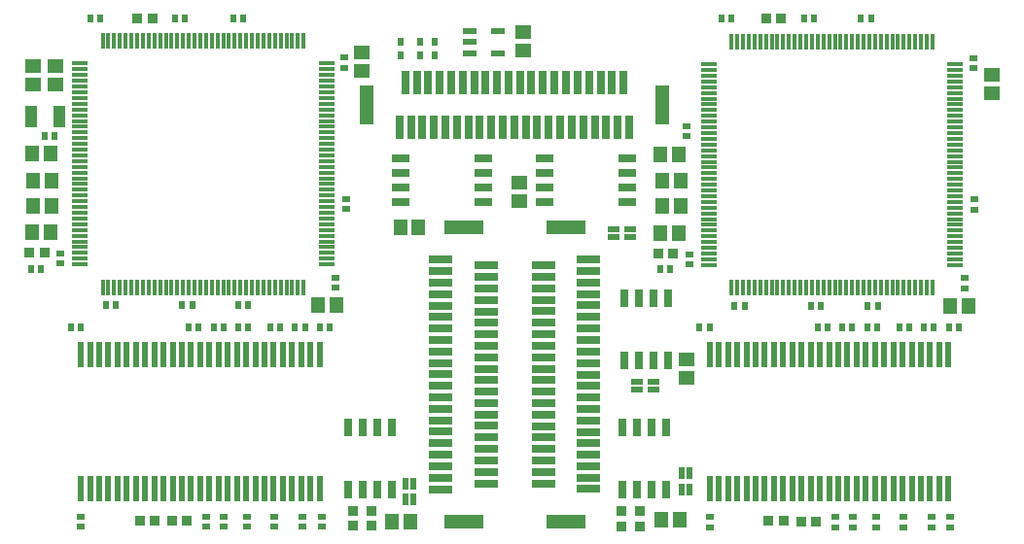
<source format=gtp>
G04*
G04 #@! TF.GenerationSoftware,Altium Limited,Altium Designer,21.8.1 (53)*
G04*
G04 Layer_Color=8421504*
%FSLAX25Y25*%
%MOIN*%
G70*
G04*
G04 #@! TF.SameCoordinates,5DCC281E-C3AB-4BB6-AEF3-D9D34D3A5336*
G04*
G04*
G04 #@! TF.FilePolarity,Positive*
G04*
G01*
G75*
%ADD18R,0.05512X0.05118*%
%ADD19R,0.05118X0.05512*%
%ADD20R,0.04724X0.05512*%
%ADD21R,0.08200X0.02800*%
%ADD22R,0.13400X0.05100*%
%ADD23R,0.02800X0.08200*%
%ADD24R,0.05100X0.13400*%
%ADD25R,0.06496X0.02559*%
%ADD26R,0.04331X0.07480*%
%ADD27R,0.03937X0.01968*%
%ADD28R,0.05807X0.01181*%
%ADD29R,0.01181X0.05807*%
%ADD30R,0.01968X0.03937*%
%ADD31R,0.03740X0.03347*%
%ADD32R,0.02559X0.06004*%
%ADD33R,0.02362X0.02953*%
%ADD34R,0.04724X0.02362*%
%ADD35R,0.02000X0.09000*%
%ADD36R,0.03347X0.03740*%
%ADD37R,0.02362X0.02520*%
%ADD38R,0.02520X0.02362*%
D18*
X201327Y446064D02*
D03*
Y452363D02*
D03*
X209000Y452299D02*
D03*
Y446000D02*
D03*
X425500Y345350D02*
D03*
Y351650D02*
D03*
X369500Y457701D02*
D03*
Y464000D02*
D03*
X368000Y412299D02*
D03*
Y406000D02*
D03*
X530000Y442850D02*
D03*
X314291Y456811D02*
D03*
X530000Y449150D02*
D03*
X314291Y450512D02*
D03*
D19*
X416528Y394949D02*
D03*
X422828D02*
D03*
X333650Y397000D02*
D03*
X327350D02*
D03*
X416701Y296500D02*
D03*
X423000D02*
D03*
X330799Y296000D02*
D03*
X324500D02*
D03*
X207441Y422161D02*
D03*
X201142Y395161D02*
D03*
X422782Y421943D02*
D03*
X521992Y369937D02*
D03*
X305441Y370161D02*
D03*
X416482Y421943D02*
D03*
X515693Y369937D02*
D03*
X201142Y422161D02*
D03*
X207441Y395161D02*
D03*
X299142Y370161D02*
D03*
D20*
X417193Y412768D02*
D03*
Y404106D02*
D03*
X423492Y412768D02*
D03*
X423492Y404106D02*
D03*
X201642Y412992D02*
D03*
X207941Y412992D02*
D03*
X201642Y404331D02*
D03*
X207941D02*
D03*
D21*
X356691Y309061D02*
D03*
Y312961D02*
D03*
X356691Y316861D02*
D03*
X356691Y320861D02*
D03*
Y324761D02*
D03*
Y328761D02*
D03*
Y332661D02*
D03*
X341291Y334661D02*
D03*
X356691Y336561D02*
D03*
X356691Y340561D02*
D03*
X356691Y344461D02*
D03*
Y348361D02*
D03*
X356691Y352361D02*
D03*
X356691Y356261D02*
D03*
Y360161D02*
D03*
X356691Y364161D02*
D03*
X356691Y368061D02*
D03*
X356691Y372061D02*
D03*
Y375961D02*
D03*
X356691Y379861D02*
D03*
X356691Y383861D02*
D03*
X341291Y307061D02*
D03*
X341291Y310962D02*
D03*
Y314961D02*
D03*
X341291Y318861D02*
D03*
X341291Y322761D02*
D03*
X341291Y326761D02*
D03*
Y330661D02*
D03*
Y338561D02*
D03*
Y342461D02*
D03*
Y346461D02*
D03*
Y350361D02*
D03*
Y354261D02*
D03*
Y358261D02*
D03*
Y362161D02*
D03*
Y366161D02*
D03*
Y370061D02*
D03*
Y373961D02*
D03*
Y377961D02*
D03*
Y381861D02*
D03*
Y385761D02*
D03*
X391758Y307112D02*
D03*
X376358Y309012D02*
D03*
X391758Y311012D02*
D03*
X376358Y313012D02*
D03*
X391758Y314912D02*
D03*
X376358Y316912D02*
D03*
X391758Y318912D02*
D03*
X376358Y320812D02*
D03*
X391758Y322812D02*
D03*
X376358Y324812D02*
D03*
X391758Y326712D02*
D03*
X376358Y328712D02*
D03*
X391758Y330712D02*
D03*
X376358Y332712D02*
D03*
X391758Y334612D02*
D03*
X376358Y336612D02*
D03*
X391758Y338612D02*
D03*
X376358Y340512D02*
D03*
X391758Y342512D02*
D03*
X376358Y344512D02*
D03*
X391758Y346412D02*
D03*
X376358Y348412D02*
D03*
X391758Y350412D02*
D03*
X376358Y352312D02*
D03*
X391758Y354312D02*
D03*
X376358Y356312D02*
D03*
X391758Y358212D02*
D03*
X376358Y360212D02*
D03*
X391758Y362212D02*
D03*
X376358Y364112D02*
D03*
X391758Y366112D02*
D03*
X376358Y368112D02*
D03*
X391758Y370112D02*
D03*
X376358Y372012D02*
D03*
X391758Y374012D02*
D03*
X376358Y376012D02*
D03*
X391758Y377912D02*
D03*
X376358Y379912D02*
D03*
X391758Y381912D02*
D03*
X376358Y383812D02*
D03*
X391758Y385812D02*
D03*
D22*
X348991Y397061D02*
D03*
Y295861D02*
D03*
X384058Y397012D02*
D03*
Y295812D02*
D03*
D23*
X327100Y431100D02*
D03*
X350700D02*
D03*
X331000Y431100D02*
D03*
X399900Y446500D02*
D03*
X396000D02*
D03*
X392000D02*
D03*
X388100D02*
D03*
X384100D02*
D03*
X329000D02*
D03*
X333000D02*
D03*
X334900Y431100D02*
D03*
X336900Y446500D02*
D03*
X338900Y431100D02*
D03*
X340800Y446500D02*
D03*
X342800Y431100D02*
D03*
X344800Y446500D02*
D03*
X346700Y431100D02*
D03*
X348700Y446500D02*
D03*
X352700D02*
D03*
X354600Y431100D02*
D03*
X356600Y446500D02*
D03*
X358600Y431100D02*
D03*
X360500Y446500D02*
D03*
X362500Y431100D02*
D03*
X364500Y446500D02*
D03*
X366400Y431100D02*
D03*
X368400Y446500D02*
D03*
X370400Y431100D02*
D03*
X372300Y446500D02*
D03*
X374300Y431100D02*
D03*
X376300Y446500D02*
D03*
X378200Y431100D02*
D03*
X380200Y446500D02*
D03*
X382200Y431100D02*
D03*
X386100D02*
D03*
X390100D02*
D03*
X394000D02*
D03*
X397900D02*
D03*
X401900D02*
D03*
X403800Y446500D02*
D03*
X405800Y431100D02*
D03*
D24*
X417000Y438800D02*
D03*
X315800D02*
D03*
D25*
X327327Y405500D02*
D03*
Y410500D02*
D03*
Y415500D02*
D03*
Y420500D02*
D03*
X355673D02*
D03*
Y415500D02*
D03*
Y410500D02*
D03*
Y405500D02*
D03*
X405173D02*
D03*
Y410500D02*
D03*
Y415500D02*
D03*
Y420500D02*
D03*
X376827D02*
D03*
Y415500D02*
D03*
Y410500D02*
D03*
Y405500D02*
D03*
D26*
X200679Y434800D02*
D03*
X210521D02*
D03*
D27*
X406012Y396378D02*
D03*
Y393622D02*
D03*
X400500Y396378D02*
D03*
Y393622D02*
D03*
X414012Y343878D02*
D03*
X414012Y341122D02*
D03*
X408500Y343878D02*
D03*
Y341122D02*
D03*
D28*
X217516Y453110D02*
D03*
Y451142D02*
D03*
Y449173D02*
D03*
Y447205D02*
D03*
Y445236D02*
D03*
Y443268D02*
D03*
Y441299D02*
D03*
Y439331D02*
D03*
Y437362D02*
D03*
Y435394D02*
D03*
Y433425D02*
D03*
Y431457D02*
D03*
Y429488D02*
D03*
Y427520D02*
D03*
Y425551D02*
D03*
Y423583D02*
D03*
Y421614D02*
D03*
Y419646D02*
D03*
Y417677D02*
D03*
Y415709D02*
D03*
Y413740D02*
D03*
Y411772D02*
D03*
Y409803D02*
D03*
Y407835D02*
D03*
Y405866D02*
D03*
Y403898D02*
D03*
Y401929D02*
D03*
Y399961D02*
D03*
Y397992D02*
D03*
Y396024D02*
D03*
Y394055D02*
D03*
Y392087D02*
D03*
Y390118D02*
D03*
Y388150D02*
D03*
Y386181D02*
D03*
Y384213D02*
D03*
X302067D02*
D03*
Y386181D02*
D03*
Y388150D02*
D03*
Y390118D02*
D03*
Y392087D02*
D03*
Y394055D02*
D03*
Y396024D02*
D03*
Y397992D02*
D03*
Y399961D02*
D03*
Y401929D02*
D03*
Y403898D02*
D03*
Y405866D02*
D03*
Y407835D02*
D03*
Y409803D02*
D03*
Y411772D02*
D03*
Y413740D02*
D03*
Y415709D02*
D03*
Y417677D02*
D03*
Y419646D02*
D03*
Y421614D02*
D03*
Y423583D02*
D03*
Y425551D02*
D03*
Y427520D02*
D03*
Y429488D02*
D03*
Y431457D02*
D03*
Y433425D02*
D03*
Y435394D02*
D03*
Y437362D02*
D03*
Y439331D02*
D03*
Y441299D02*
D03*
Y443268D02*
D03*
Y445236D02*
D03*
Y447205D02*
D03*
Y449173D02*
D03*
Y451142D02*
D03*
Y453110D02*
D03*
X517618Y452886D02*
D03*
Y450917D02*
D03*
Y448949D02*
D03*
Y446980D02*
D03*
Y445012D02*
D03*
Y443043D02*
D03*
Y441075D02*
D03*
Y439106D02*
D03*
Y437138D02*
D03*
Y435169D02*
D03*
Y433201D02*
D03*
Y431232D02*
D03*
Y429264D02*
D03*
Y427295D02*
D03*
Y425327D02*
D03*
Y423358D02*
D03*
Y421390D02*
D03*
Y419421D02*
D03*
Y417453D02*
D03*
Y415484D02*
D03*
Y413516D02*
D03*
Y411547D02*
D03*
Y409579D02*
D03*
Y407610D02*
D03*
Y405642D02*
D03*
Y403673D02*
D03*
Y401705D02*
D03*
Y399736D02*
D03*
Y397768D02*
D03*
Y395799D02*
D03*
Y393831D02*
D03*
Y391862D02*
D03*
Y389894D02*
D03*
Y387925D02*
D03*
Y385957D02*
D03*
Y383988D02*
D03*
X433067D02*
D03*
Y385957D02*
D03*
Y387925D02*
D03*
Y389894D02*
D03*
Y391862D02*
D03*
Y393831D02*
D03*
Y395799D02*
D03*
Y397768D02*
D03*
Y399736D02*
D03*
Y401705D02*
D03*
Y403673D02*
D03*
Y405642D02*
D03*
Y407610D02*
D03*
Y409579D02*
D03*
Y411547D02*
D03*
Y413516D02*
D03*
Y415484D02*
D03*
Y417453D02*
D03*
Y419421D02*
D03*
Y421390D02*
D03*
Y423358D02*
D03*
Y425327D02*
D03*
Y427295D02*
D03*
Y429264D02*
D03*
Y431232D02*
D03*
Y433201D02*
D03*
Y435169D02*
D03*
Y437138D02*
D03*
Y439106D02*
D03*
Y441075D02*
D03*
Y443043D02*
D03*
Y445012D02*
D03*
Y446980D02*
D03*
Y448949D02*
D03*
Y450917D02*
D03*
Y452886D02*
D03*
D29*
X225342Y376386D02*
D03*
X227311D02*
D03*
X229279D02*
D03*
X231248D02*
D03*
X233217D02*
D03*
X235185D02*
D03*
X237154D02*
D03*
X239122D02*
D03*
X241090D02*
D03*
X243059D02*
D03*
X245028D02*
D03*
X246996D02*
D03*
X248965D02*
D03*
X250933D02*
D03*
X252902D02*
D03*
X254870D02*
D03*
X256839D02*
D03*
X258807D02*
D03*
X260776D02*
D03*
X262744D02*
D03*
X264713D02*
D03*
X266681D02*
D03*
X268650D02*
D03*
X270618D02*
D03*
X272587D02*
D03*
X274555D02*
D03*
X276524D02*
D03*
X278492D02*
D03*
X280461D02*
D03*
X282429D02*
D03*
X284398D02*
D03*
X286366D02*
D03*
X288335D02*
D03*
X290303D02*
D03*
X292272D02*
D03*
X294240D02*
D03*
Y460937D02*
D03*
X292272D02*
D03*
X290303D02*
D03*
X288335D02*
D03*
X286366D02*
D03*
X284398D02*
D03*
X282429D02*
D03*
X280461D02*
D03*
X278492D02*
D03*
X276524D02*
D03*
X274555D02*
D03*
X272587D02*
D03*
X270618D02*
D03*
X268650D02*
D03*
X266681D02*
D03*
X264713D02*
D03*
X262744D02*
D03*
X260776D02*
D03*
X258807D02*
D03*
X256839D02*
D03*
X254870D02*
D03*
X252902D02*
D03*
X250933D02*
D03*
X248965D02*
D03*
X246996D02*
D03*
X245028D02*
D03*
X243059D02*
D03*
X241090D02*
D03*
X239122D02*
D03*
X237154D02*
D03*
X235185D02*
D03*
X233217D02*
D03*
X231248D02*
D03*
X229279D02*
D03*
X227311D02*
D03*
X225342D02*
D03*
X440894Y460713D02*
D03*
X442862D02*
D03*
X444831D02*
D03*
X446799D02*
D03*
X448768D02*
D03*
X450736D02*
D03*
X452705D02*
D03*
X454673D02*
D03*
X456642D02*
D03*
X458610D02*
D03*
X460579D02*
D03*
X462547D02*
D03*
X464516D02*
D03*
X466484D02*
D03*
X468453D02*
D03*
X470421D02*
D03*
X472390D02*
D03*
X474358D02*
D03*
X476327D02*
D03*
X478295D02*
D03*
X480264D02*
D03*
X482232D02*
D03*
X484201D02*
D03*
X486169D02*
D03*
X488138D02*
D03*
X490106D02*
D03*
X492075D02*
D03*
X494043D02*
D03*
X496012D02*
D03*
X497980D02*
D03*
X499949D02*
D03*
X501917D02*
D03*
X503886D02*
D03*
X505854D02*
D03*
X507823D02*
D03*
X509791D02*
D03*
Y376161D02*
D03*
X507823D02*
D03*
X505854D02*
D03*
X503886D02*
D03*
X501917D02*
D03*
X499949D02*
D03*
X497980D02*
D03*
X496012D02*
D03*
X494043D02*
D03*
X492075D02*
D03*
X490106D02*
D03*
X488138D02*
D03*
X486169D02*
D03*
X484201D02*
D03*
X482232D02*
D03*
X480264D02*
D03*
X478295D02*
D03*
X476327D02*
D03*
X474358D02*
D03*
X472390D02*
D03*
X470421D02*
D03*
X468453D02*
D03*
X466484D02*
D03*
X464516D02*
D03*
X462547D02*
D03*
X460579D02*
D03*
X458610D02*
D03*
X456642D02*
D03*
X454673D02*
D03*
X452705D02*
D03*
X450736D02*
D03*
X448768D02*
D03*
X446799D02*
D03*
X444831D02*
D03*
X442862D02*
D03*
X440894D02*
D03*
D30*
X426500Y306988D02*
D03*
X423744Y306988D02*
D03*
X426500Y312500D02*
D03*
X423744Y312500D02*
D03*
X329000Y309000D02*
D03*
X331756D02*
D03*
X329000Y303488D02*
D03*
X331756D02*
D03*
D31*
X317500Y299740D02*
D03*
Y294622D02*
D03*
X311000Y299618D02*
D03*
Y294500D02*
D03*
X403000Y299500D02*
D03*
Y294382D02*
D03*
X409500Y299500D02*
D03*
Y294382D02*
D03*
D32*
X419000Y351323D02*
D03*
X414000D02*
D03*
X409000D02*
D03*
X404000D02*
D03*
Y372677D02*
D03*
X409000D02*
D03*
X414000D02*
D03*
X419000D02*
D03*
X418500Y306823D02*
D03*
X413500D02*
D03*
X408500D02*
D03*
X403500D02*
D03*
Y328177D02*
D03*
X408500D02*
D03*
X413500D02*
D03*
X418500D02*
D03*
X324500Y306823D02*
D03*
X319500D02*
D03*
X314500D02*
D03*
X309500D02*
D03*
Y328177D02*
D03*
X314500D02*
D03*
X319500D02*
D03*
X324500D02*
D03*
D33*
X339000Y456000D02*
D03*
Y460528D02*
D03*
X334000Y456000D02*
D03*
Y460528D02*
D03*
X327500Y456000D02*
D03*
Y460528D02*
D03*
D34*
X351079Y464240D02*
D03*
X351079Y460500D02*
D03*
X351079Y456760D02*
D03*
X360921D02*
D03*
Y464240D02*
D03*
D35*
X299736Y307339D02*
D03*
X296587D02*
D03*
X293437D02*
D03*
X290287D02*
D03*
X287138D02*
D03*
X283988D02*
D03*
X280839D02*
D03*
X277689D02*
D03*
X274539D02*
D03*
X271390D02*
D03*
X268240D02*
D03*
X265090D02*
D03*
X261941D02*
D03*
X258791D02*
D03*
X255642D02*
D03*
X252492D02*
D03*
X249342D02*
D03*
X246193D02*
D03*
X243043D02*
D03*
X239894D02*
D03*
X236744D02*
D03*
X233594D02*
D03*
X230445D02*
D03*
X227295D02*
D03*
X224146D02*
D03*
X220996D02*
D03*
X217846D02*
D03*
Y353402D02*
D03*
X220996D02*
D03*
X224146D02*
D03*
X227295D02*
D03*
X230445D02*
D03*
X233594D02*
D03*
X236744D02*
D03*
X239894D02*
D03*
X243043D02*
D03*
X246193D02*
D03*
X249342D02*
D03*
X252492D02*
D03*
X255642D02*
D03*
X258791D02*
D03*
X261941D02*
D03*
X265090D02*
D03*
X268240D02*
D03*
X271390D02*
D03*
X274539D02*
D03*
X277689D02*
D03*
X280839D02*
D03*
X283988D02*
D03*
X287138D02*
D03*
X290287D02*
D03*
X293437D02*
D03*
X296587D02*
D03*
X299736D02*
D03*
X458589Y307120D02*
D03*
X471187D02*
D03*
X502683D02*
D03*
X480636D02*
D03*
X499534D02*
D03*
X433392Y353183D02*
D03*
X474337D02*
D03*
X490085D02*
D03*
X515281D02*
D03*
X508982D02*
D03*
X464888Y307120D02*
D03*
X452289Y353183D02*
D03*
X505833Y307120D02*
D03*
X439691Y353183D02*
D03*
X468037Y307120D02*
D03*
X502683Y353183D02*
D03*
X496384Y307120D02*
D03*
X477486D02*
D03*
X493234Y353183D02*
D03*
X455439Y307120D02*
D03*
X445990D02*
D03*
X458589Y353183D02*
D03*
X455439D02*
D03*
X496384D02*
D03*
X505833D02*
D03*
X512132D02*
D03*
X493234Y307120D02*
D03*
X477486Y353183D02*
D03*
X452289Y307120D02*
D03*
X436541D02*
D03*
X461738D02*
D03*
X433392D02*
D03*
X474337D02*
D03*
X490085D02*
D03*
X480636Y353183D02*
D03*
X508982Y307120D02*
D03*
X499534Y353183D02*
D03*
X515281Y307120D02*
D03*
X486935D02*
D03*
X483785Y353183D02*
D03*
X442840Y307120D02*
D03*
X461738Y353183D02*
D03*
X442840D02*
D03*
X471187D02*
D03*
X512132Y307120D02*
D03*
X436541Y353183D02*
D03*
X464888D02*
D03*
X483785Y307120D02*
D03*
X486935Y353183D02*
D03*
X449140D02*
D03*
Y307120D02*
D03*
X468037Y353183D02*
D03*
X445990D02*
D03*
X439691Y307120D02*
D03*
D36*
X243173Y296161D02*
D03*
X238055D02*
D03*
X249173D02*
D03*
X254291D02*
D03*
X205350Y388161D02*
D03*
X200232D02*
D03*
X420902Y387937D02*
D03*
X464724Y296035D02*
D03*
X453606Y296134D02*
D03*
X457909Y468661D02*
D03*
X242409D02*
D03*
X469842Y296035D02*
D03*
X452791Y468661D02*
D03*
X415784Y387937D02*
D03*
X458724Y296134D02*
D03*
X237291Y468661D02*
D03*
D37*
X266791Y362661D02*
D03*
X263327D02*
D03*
X303256D02*
D03*
X299791D02*
D03*
X294756D02*
D03*
X291291D02*
D03*
X282791D02*
D03*
X286256D02*
D03*
X271827D02*
D03*
X275291D02*
D03*
X254827D02*
D03*
X258291D02*
D03*
X214327D02*
D03*
X217791D02*
D03*
X482232Y362500D02*
D03*
X478768D02*
D03*
X470372Y362437D02*
D03*
X473837D02*
D03*
X275281Y370161D02*
D03*
X271817D02*
D03*
X433343Y362437D02*
D03*
X429878D02*
D03*
X490842D02*
D03*
X487378D02*
D03*
X498343D02*
D03*
X501807D02*
D03*
X506843D02*
D03*
X510307D02*
D03*
X515343D02*
D03*
X518807D02*
D03*
X419842Y382437D02*
D03*
X200827Y382661D02*
D03*
X416378Y382437D02*
D03*
X468110Y369937D02*
D03*
X487610D02*
D03*
X437327Y468661D02*
D03*
X469256D02*
D03*
X205327Y428161D02*
D03*
X441878Y369937D02*
D03*
X488756Y468661D02*
D03*
X221059D02*
D03*
X273524D02*
D03*
X253524D02*
D03*
X252559Y370161D02*
D03*
X226327D02*
D03*
X465791Y468661D02*
D03*
X485291D02*
D03*
X440791D02*
D03*
X491075Y369937D02*
D03*
X471575D02*
D03*
X445342D02*
D03*
X270059Y468661D02*
D03*
X250059D02*
D03*
X208791Y428161D02*
D03*
X224524Y468661D02*
D03*
X256024Y370161D02*
D03*
X229791D02*
D03*
X204291Y382661D02*
D03*
D38*
X300331Y297661D02*
D03*
Y294197D02*
D03*
X293791Y297661D02*
D03*
Y294197D02*
D03*
X284291D02*
D03*
Y297661D02*
D03*
X274791D02*
D03*
Y294197D02*
D03*
X266791Y294197D02*
D03*
Y297661D02*
D03*
X260791D02*
D03*
Y294197D02*
D03*
X217791Y297661D02*
D03*
Y294197D02*
D03*
X524205Y402964D02*
D03*
X425500Y431732D02*
D03*
X426387Y384232D02*
D03*
X520843Y379437D02*
D03*
X523842Y451437D02*
D03*
X482342Y297437D02*
D03*
X476342Y293972D02*
D03*
X490343D02*
D03*
X433385Y294015D02*
D03*
X515882Y293972D02*
D03*
X499843Y297437D02*
D03*
X509342Y293972D02*
D03*
X308291Y451661D02*
D03*
X308791Y403197D02*
D03*
X210836Y384457D02*
D03*
X305291Y379626D02*
D03*
X425500Y428268D02*
D03*
X426387Y387697D02*
D03*
X524205Y406428D02*
D03*
X520843Y375972D02*
D03*
X523842Y454902D02*
D03*
X308291Y455126D02*
D03*
X210836Y387921D02*
D03*
X308791Y406661D02*
D03*
X305291Y376161D02*
D03*
X482342Y293972D02*
D03*
X490343Y297437D02*
D03*
X433385Y297479D02*
D03*
X476342Y297437D02*
D03*
X509342D02*
D03*
X515882D02*
D03*
X499843Y293972D02*
D03*
M02*

</source>
